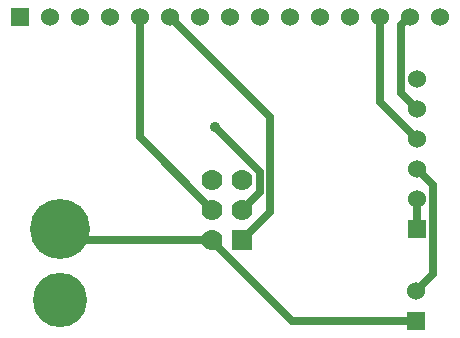
<source format=gbl>
G04 (created by PCBNEW (2013-jul-07)-stable) date Tue 18 Aug 2015 02:36:46 PM PDT*
%MOIN*%
G04 Gerber Fmt 3.4, Leading zero omitted, Abs format*
%FSLAX34Y34*%
G01*
G70*
G90*
G04 APERTURE LIST*
%ADD10C,0.00590551*%
%ADD11C,0.2*%
%ADD12C,0.1811*%
%ADD13R,0.07X0.07*%
%ADD14C,0.07*%
%ADD15R,0.06X0.06*%
%ADD16C,0.06*%
%ADD17C,0.035*%
%ADD18C,0.025*%
G04 APERTURE END LIST*
G54D10*
G54D11*
X21890Y-29985D03*
G54D12*
X21890Y-32347D03*
G54D13*
X27965Y-30350D03*
G54D14*
X26965Y-30350D03*
X27965Y-29350D03*
X26965Y-29350D03*
X27965Y-28350D03*
X26965Y-28350D03*
G54D15*
X20559Y-22913D03*
G54D16*
X21559Y-22913D03*
X22559Y-22913D03*
X23559Y-22913D03*
X24559Y-22913D03*
X25559Y-22913D03*
X26559Y-22913D03*
X27559Y-22913D03*
X28559Y-22913D03*
X29559Y-22913D03*
X30559Y-22913D03*
X31559Y-22913D03*
X32559Y-22913D03*
X33559Y-22913D03*
X34559Y-22913D03*
G54D15*
X33770Y-33060D03*
G54D16*
X33770Y-32060D03*
G54D15*
X33810Y-30010D03*
G54D16*
X33810Y-29010D03*
X33810Y-28010D03*
X33810Y-27010D03*
X33810Y-26010D03*
X33810Y-25010D03*
G54D17*
X27047Y-26592D03*
G54D18*
X26965Y-30392D02*
X26965Y-30350D01*
X29632Y-33060D02*
X26965Y-30392D01*
X33770Y-33060D02*
X29632Y-33060D01*
X22255Y-30350D02*
X21890Y-29985D01*
X26965Y-30350D02*
X22255Y-30350D01*
X28899Y-26254D02*
X25559Y-22913D01*
X28899Y-29415D02*
X28899Y-26254D01*
X27965Y-30350D02*
X28899Y-29415D01*
X24559Y-26944D02*
X26965Y-29350D01*
X24559Y-22913D02*
X24559Y-26944D01*
X32559Y-25759D02*
X32559Y-22913D01*
X33810Y-27010D02*
X32559Y-25759D01*
X28544Y-28770D02*
X27965Y-29350D01*
X28544Y-28089D02*
X28544Y-28770D01*
X27047Y-26592D02*
X28544Y-28089D01*
X33262Y-23210D02*
X33559Y-22913D01*
X33262Y-25462D02*
X33262Y-23210D01*
X33810Y-26010D02*
X33262Y-25462D01*
X33810Y-29010D02*
X33810Y-30010D01*
X34335Y-31494D02*
X33770Y-32060D01*
X34335Y-28535D02*
X34335Y-31494D01*
X33810Y-28010D02*
X34335Y-28535D01*
M02*

</source>
